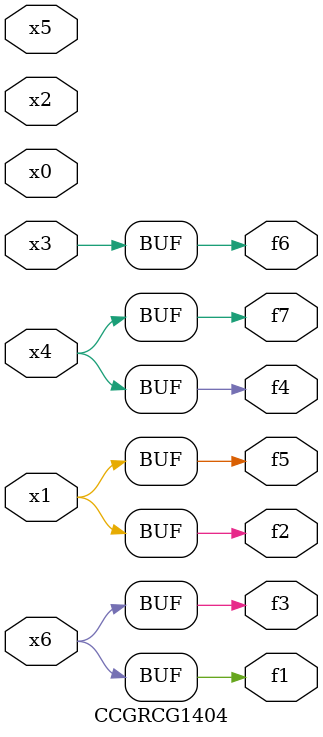
<source format=v>
module CCGRCG1404(
	input x0, x1, x2, x3, x4, x5, x6,
	output f1, f2, f3, f4, f5, f6, f7
);
	assign f1 = x6;
	assign f2 = x1;
	assign f3 = x6;
	assign f4 = x4;
	assign f5 = x1;
	assign f6 = x3;
	assign f7 = x4;
endmodule

</source>
